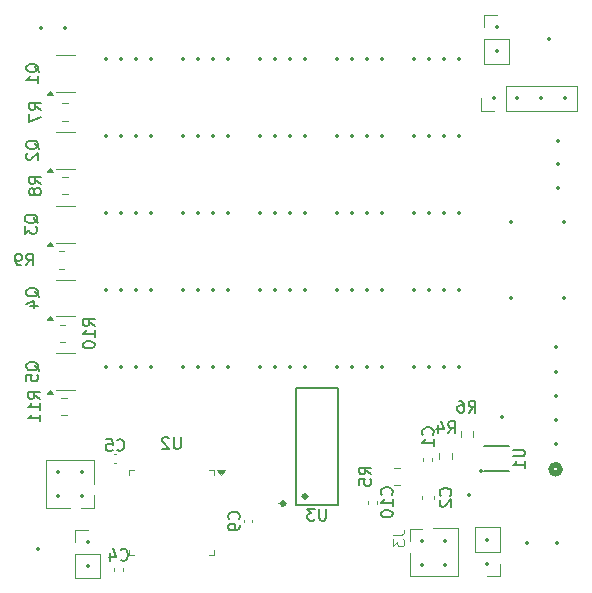
<source format=gbo>
%TF.GenerationSoftware,KiCad,Pcbnew,8.0.4*%
%TF.CreationDate,2024-08-07T18:13:10-04:00*%
%TF.ProjectId,led_2048,6c65645f-3230-4343-982e-6b696361645f,rev?*%
%TF.SameCoordinates,Original*%
%TF.FileFunction,Legend,Bot*%
%TF.FilePolarity,Positive*%
%FSLAX46Y46*%
G04 Gerber Fmt 4.6, Leading zero omitted, Abs format (unit mm)*
G04 Created by KiCad (PCBNEW 8.0.4) date 2024-08-07 18:13:10*
%MOMM*%
%LPD*%
G01*
G04 APERTURE LIST*
%ADD10C,0.150000*%
%ADD11C,0.100000*%
%ADD12C,0.508000*%
%ADD13C,0.120000*%
%ADD14C,0.200660*%
%ADD15C,0.254000*%
%ADD16C,0.059995*%
%ADD17C,0.152400*%
%ADD18C,0.300000*%
%ADD19C,0.350000*%
G04 APERTURE END LIST*
D10*
X180175057Y-53114596D02*
X180127438Y-53019358D01*
X180127438Y-53019358D02*
X180032200Y-52924120D01*
X180032200Y-52924120D02*
X179889342Y-52781263D01*
X179889342Y-52781263D02*
X179841723Y-52686025D01*
X179841723Y-52686025D02*
X179841723Y-52590787D01*
X180079819Y-52638406D02*
X180032200Y-52543168D01*
X180032200Y-52543168D02*
X179936961Y-52447930D01*
X179936961Y-52447930D02*
X179746485Y-52400311D01*
X179746485Y-52400311D02*
X179413152Y-52400311D01*
X179413152Y-52400311D02*
X179222676Y-52447930D01*
X179222676Y-52447930D02*
X179127438Y-52543168D01*
X179127438Y-52543168D02*
X179079819Y-52638406D01*
X179079819Y-52638406D02*
X179079819Y-52828882D01*
X179079819Y-52828882D02*
X179127438Y-52924120D01*
X179127438Y-52924120D02*
X179222676Y-53019358D01*
X179222676Y-53019358D02*
X179413152Y-53066977D01*
X179413152Y-53066977D02*
X179746485Y-53066977D01*
X179746485Y-53066977D02*
X179936961Y-53019358D01*
X179936961Y-53019358D02*
X180032200Y-52924120D01*
X180032200Y-52924120D02*
X180079819Y-52828882D01*
X180079819Y-52828882D02*
X180079819Y-52638406D01*
X180079819Y-54019358D02*
X180079819Y-53447930D01*
X180079819Y-53733644D02*
X179079819Y-53733644D01*
X179079819Y-53733644D02*
X179222676Y-53638406D01*
X179222676Y-53638406D02*
X179317914Y-53543168D01*
X179317914Y-53543168D02*
X179365533Y-53447930D01*
X180062557Y-65864596D02*
X180014938Y-65769358D01*
X180014938Y-65769358D02*
X179919700Y-65674120D01*
X179919700Y-65674120D02*
X179776842Y-65531263D01*
X179776842Y-65531263D02*
X179729223Y-65436025D01*
X179729223Y-65436025D02*
X179729223Y-65340787D01*
X179967319Y-65388406D02*
X179919700Y-65293168D01*
X179919700Y-65293168D02*
X179824461Y-65197930D01*
X179824461Y-65197930D02*
X179633985Y-65150311D01*
X179633985Y-65150311D02*
X179300652Y-65150311D01*
X179300652Y-65150311D02*
X179110176Y-65197930D01*
X179110176Y-65197930D02*
X179014938Y-65293168D01*
X179014938Y-65293168D02*
X178967319Y-65388406D01*
X178967319Y-65388406D02*
X178967319Y-65578882D01*
X178967319Y-65578882D02*
X179014938Y-65674120D01*
X179014938Y-65674120D02*
X179110176Y-65769358D01*
X179110176Y-65769358D02*
X179300652Y-65816977D01*
X179300652Y-65816977D02*
X179633985Y-65816977D01*
X179633985Y-65816977D02*
X179824461Y-65769358D01*
X179824461Y-65769358D02*
X179919700Y-65674120D01*
X179919700Y-65674120D02*
X179967319Y-65578882D01*
X179967319Y-65578882D02*
X179967319Y-65388406D01*
X178967319Y-66150311D02*
X178967319Y-66769358D01*
X178967319Y-66769358D02*
X179348271Y-66436025D01*
X179348271Y-66436025D02*
X179348271Y-66578882D01*
X179348271Y-66578882D02*
X179395890Y-66674120D01*
X179395890Y-66674120D02*
X179443509Y-66721739D01*
X179443509Y-66721739D02*
X179538747Y-66769358D01*
X179538747Y-66769358D02*
X179776842Y-66769358D01*
X179776842Y-66769358D02*
X179872080Y-66721739D01*
X179872080Y-66721739D02*
X179919700Y-66674120D01*
X179919700Y-66674120D02*
X179967319Y-66578882D01*
X179967319Y-66578882D02*
X179967319Y-66293168D01*
X179967319Y-66293168D02*
X179919700Y-66197930D01*
X179919700Y-66197930D02*
X179872080Y-66150311D01*
X210009580Y-88857142D02*
X210057200Y-88809523D01*
X210057200Y-88809523D02*
X210104819Y-88666666D01*
X210104819Y-88666666D02*
X210104819Y-88571428D01*
X210104819Y-88571428D02*
X210057200Y-88428571D01*
X210057200Y-88428571D02*
X209961961Y-88333333D01*
X209961961Y-88333333D02*
X209866723Y-88285714D01*
X209866723Y-88285714D02*
X209676247Y-88238095D01*
X209676247Y-88238095D02*
X209533390Y-88238095D01*
X209533390Y-88238095D02*
X209342914Y-88285714D01*
X209342914Y-88285714D02*
X209247676Y-88333333D01*
X209247676Y-88333333D02*
X209152438Y-88428571D01*
X209152438Y-88428571D02*
X209104819Y-88571428D01*
X209104819Y-88571428D02*
X209104819Y-88666666D01*
X209104819Y-88666666D02*
X209152438Y-88809523D01*
X209152438Y-88809523D02*
X209200057Y-88857142D01*
X210104819Y-89809523D02*
X210104819Y-89238095D01*
X210104819Y-89523809D02*
X209104819Y-89523809D01*
X209104819Y-89523809D02*
X209247676Y-89428571D01*
X209247676Y-89428571D02*
X209342914Y-89333333D01*
X209342914Y-89333333D02*
X209390533Y-89238095D01*
X209104819Y-90428571D02*
X209104819Y-90523809D01*
X209104819Y-90523809D02*
X209152438Y-90619047D01*
X209152438Y-90619047D02*
X209200057Y-90666666D01*
X209200057Y-90666666D02*
X209295295Y-90714285D01*
X209295295Y-90714285D02*
X209485771Y-90761904D01*
X209485771Y-90761904D02*
X209723866Y-90761904D01*
X209723866Y-90761904D02*
X209914342Y-90714285D01*
X209914342Y-90714285D02*
X210009580Y-90666666D01*
X210009580Y-90666666D02*
X210057200Y-90619047D01*
X210057200Y-90619047D02*
X210104819Y-90523809D01*
X210104819Y-90523809D02*
X210104819Y-90428571D01*
X210104819Y-90428571D02*
X210057200Y-90333333D01*
X210057200Y-90333333D02*
X210009580Y-90285714D01*
X210009580Y-90285714D02*
X209914342Y-90238095D01*
X209914342Y-90238095D02*
X209723866Y-90190476D01*
X209723866Y-90190476D02*
X209485771Y-90190476D01*
X209485771Y-90190476D02*
X209295295Y-90238095D01*
X209295295Y-90238095D02*
X209200057Y-90285714D01*
X209200057Y-90285714D02*
X209152438Y-90333333D01*
X209152438Y-90333333D02*
X209104819Y-90428571D01*
X220304876Y-85047981D02*
X221114399Y-85047981D01*
X221114399Y-85047981D02*
X221209637Y-85095600D01*
X221209637Y-85095600D02*
X221257257Y-85143219D01*
X221257257Y-85143219D02*
X221304876Y-85238457D01*
X221304876Y-85238457D02*
X221304876Y-85428933D01*
X221304876Y-85428933D02*
X221257257Y-85524171D01*
X221257257Y-85524171D02*
X221209637Y-85571790D01*
X221209637Y-85571790D02*
X221114399Y-85619409D01*
X221114399Y-85619409D02*
X220304876Y-85619409D01*
X221304876Y-86619409D02*
X221304876Y-86047981D01*
X221304876Y-86333695D02*
X220304876Y-86333695D01*
X220304876Y-86333695D02*
X220447733Y-86238457D01*
X220447733Y-86238457D02*
X220542971Y-86143219D01*
X220542971Y-86143219D02*
X220590590Y-86047981D01*
X197074580Y-90933333D02*
X197122200Y-90885714D01*
X197122200Y-90885714D02*
X197169819Y-90742857D01*
X197169819Y-90742857D02*
X197169819Y-90647619D01*
X197169819Y-90647619D02*
X197122200Y-90504762D01*
X197122200Y-90504762D02*
X197026961Y-90409524D01*
X197026961Y-90409524D02*
X196931723Y-90361905D01*
X196931723Y-90361905D02*
X196741247Y-90314286D01*
X196741247Y-90314286D02*
X196598390Y-90314286D01*
X196598390Y-90314286D02*
X196407914Y-90361905D01*
X196407914Y-90361905D02*
X196312676Y-90409524D01*
X196312676Y-90409524D02*
X196217438Y-90504762D01*
X196217438Y-90504762D02*
X196169819Y-90647619D01*
X196169819Y-90647619D02*
X196169819Y-90742857D01*
X196169819Y-90742857D02*
X196217438Y-90885714D01*
X196217438Y-90885714D02*
X196265057Y-90933333D01*
X197169819Y-91409524D02*
X197169819Y-91600000D01*
X197169819Y-91600000D02*
X197122200Y-91695238D01*
X197122200Y-91695238D02*
X197074580Y-91742857D01*
X197074580Y-91742857D02*
X196931723Y-91838095D01*
X196931723Y-91838095D02*
X196741247Y-91885714D01*
X196741247Y-91885714D02*
X196360295Y-91885714D01*
X196360295Y-91885714D02*
X196265057Y-91838095D01*
X196265057Y-91838095D02*
X196217438Y-91790476D01*
X196217438Y-91790476D02*
X196169819Y-91695238D01*
X196169819Y-91695238D02*
X196169819Y-91504762D01*
X196169819Y-91504762D02*
X196217438Y-91409524D01*
X196217438Y-91409524D02*
X196265057Y-91361905D01*
X196265057Y-91361905D02*
X196360295Y-91314286D01*
X196360295Y-91314286D02*
X196598390Y-91314286D01*
X196598390Y-91314286D02*
X196693628Y-91361905D01*
X196693628Y-91361905D02*
X196741247Y-91409524D01*
X196741247Y-91409524D02*
X196788866Y-91504762D01*
X196788866Y-91504762D02*
X196788866Y-91695238D01*
X196788866Y-91695238D02*
X196741247Y-91790476D01*
X196741247Y-91790476D02*
X196693628Y-91838095D01*
X196693628Y-91838095D02*
X196598390Y-91885714D01*
X180175057Y-59614596D02*
X180127438Y-59519358D01*
X180127438Y-59519358D02*
X180032200Y-59424120D01*
X180032200Y-59424120D02*
X179889342Y-59281263D01*
X179889342Y-59281263D02*
X179841723Y-59186025D01*
X179841723Y-59186025D02*
X179841723Y-59090787D01*
X180079819Y-59138406D02*
X180032200Y-59043168D01*
X180032200Y-59043168D02*
X179936961Y-58947930D01*
X179936961Y-58947930D02*
X179746485Y-58900311D01*
X179746485Y-58900311D02*
X179413152Y-58900311D01*
X179413152Y-58900311D02*
X179222676Y-58947930D01*
X179222676Y-58947930D02*
X179127438Y-59043168D01*
X179127438Y-59043168D02*
X179079819Y-59138406D01*
X179079819Y-59138406D02*
X179079819Y-59328882D01*
X179079819Y-59328882D02*
X179127438Y-59424120D01*
X179127438Y-59424120D02*
X179222676Y-59519358D01*
X179222676Y-59519358D02*
X179413152Y-59566977D01*
X179413152Y-59566977D02*
X179746485Y-59566977D01*
X179746485Y-59566977D02*
X179936961Y-59519358D01*
X179936961Y-59519358D02*
X180032200Y-59424120D01*
X180032200Y-59424120D02*
X180079819Y-59328882D01*
X180079819Y-59328882D02*
X180079819Y-59138406D01*
X179175057Y-59947930D02*
X179127438Y-59995549D01*
X179127438Y-59995549D02*
X179079819Y-60090787D01*
X179079819Y-60090787D02*
X179079819Y-60328882D01*
X179079819Y-60328882D02*
X179127438Y-60424120D01*
X179127438Y-60424120D02*
X179175057Y-60471739D01*
X179175057Y-60471739D02*
X179270295Y-60519358D01*
X179270295Y-60519358D02*
X179365533Y-60519358D01*
X179365533Y-60519358D02*
X179508390Y-60471739D01*
X179508390Y-60471739D02*
X180079819Y-59900311D01*
X180079819Y-59900311D02*
X180079819Y-60519358D01*
X204461904Y-90054819D02*
X204461904Y-90864342D01*
X204461904Y-90864342D02*
X204414285Y-90959580D01*
X204414285Y-90959580D02*
X204366666Y-91007200D01*
X204366666Y-91007200D02*
X204271428Y-91054819D01*
X204271428Y-91054819D02*
X204080952Y-91054819D01*
X204080952Y-91054819D02*
X203985714Y-91007200D01*
X203985714Y-91007200D02*
X203938095Y-90959580D01*
X203938095Y-90959580D02*
X203890476Y-90864342D01*
X203890476Y-90864342D02*
X203890476Y-90054819D01*
X203509523Y-90054819D02*
X202890476Y-90054819D01*
X202890476Y-90054819D02*
X203223809Y-90435771D01*
X203223809Y-90435771D02*
X203080952Y-90435771D01*
X203080952Y-90435771D02*
X202985714Y-90483390D01*
X202985714Y-90483390D02*
X202938095Y-90531009D01*
X202938095Y-90531009D02*
X202890476Y-90626247D01*
X202890476Y-90626247D02*
X202890476Y-90864342D01*
X202890476Y-90864342D02*
X202938095Y-90959580D01*
X202938095Y-90959580D02*
X202985714Y-91007200D01*
X202985714Y-91007200D02*
X203080952Y-91054819D01*
X203080952Y-91054819D02*
X203366666Y-91054819D01*
X203366666Y-91054819D02*
X203461904Y-91007200D01*
X203461904Y-91007200D02*
X203509523Y-90959580D01*
X180329819Y-56293168D02*
X179853628Y-55959835D01*
X180329819Y-55721740D02*
X179329819Y-55721740D01*
X179329819Y-55721740D02*
X179329819Y-56102692D01*
X179329819Y-56102692D02*
X179377438Y-56197930D01*
X179377438Y-56197930D02*
X179425057Y-56245549D01*
X179425057Y-56245549D02*
X179520295Y-56293168D01*
X179520295Y-56293168D02*
X179663152Y-56293168D01*
X179663152Y-56293168D02*
X179758390Y-56245549D01*
X179758390Y-56245549D02*
X179806009Y-56197930D01*
X179806009Y-56197930D02*
X179853628Y-56102692D01*
X179853628Y-56102692D02*
X179853628Y-55721740D01*
X179329819Y-56626502D02*
X179329819Y-57293168D01*
X179329819Y-57293168D02*
X180329819Y-56864597D01*
X214984580Y-88933333D02*
X215032200Y-88885714D01*
X215032200Y-88885714D02*
X215079819Y-88742857D01*
X215079819Y-88742857D02*
X215079819Y-88647619D01*
X215079819Y-88647619D02*
X215032200Y-88504762D01*
X215032200Y-88504762D02*
X214936961Y-88409524D01*
X214936961Y-88409524D02*
X214841723Y-88361905D01*
X214841723Y-88361905D02*
X214651247Y-88314286D01*
X214651247Y-88314286D02*
X214508390Y-88314286D01*
X214508390Y-88314286D02*
X214317914Y-88361905D01*
X214317914Y-88361905D02*
X214222676Y-88409524D01*
X214222676Y-88409524D02*
X214127438Y-88504762D01*
X214127438Y-88504762D02*
X214079819Y-88647619D01*
X214079819Y-88647619D02*
X214079819Y-88742857D01*
X214079819Y-88742857D02*
X214127438Y-88885714D01*
X214127438Y-88885714D02*
X214175057Y-88933333D01*
X214175057Y-89314286D02*
X214127438Y-89361905D01*
X214127438Y-89361905D02*
X214079819Y-89457143D01*
X214079819Y-89457143D02*
X214079819Y-89695238D01*
X214079819Y-89695238D02*
X214127438Y-89790476D01*
X214127438Y-89790476D02*
X214175057Y-89838095D01*
X214175057Y-89838095D02*
X214270295Y-89885714D01*
X214270295Y-89885714D02*
X214365533Y-89885714D01*
X214365533Y-89885714D02*
X214508390Y-89838095D01*
X214508390Y-89838095D02*
X215079819Y-89266667D01*
X215079819Y-89266667D02*
X215079819Y-89885714D01*
X187066666Y-94359580D02*
X187114285Y-94407200D01*
X187114285Y-94407200D02*
X187257142Y-94454819D01*
X187257142Y-94454819D02*
X187352380Y-94454819D01*
X187352380Y-94454819D02*
X187495237Y-94407200D01*
X187495237Y-94407200D02*
X187590475Y-94311961D01*
X187590475Y-94311961D02*
X187638094Y-94216723D01*
X187638094Y-94216723D02*
X187685713Y-94026247D01*
X187685713Y-94026247D02*
X187685713Y-93883390D01*
X187685713Y-93883390D02*
X187638094Y-93692914D01*
X187638094Y-93692914D02*
X187590475Y-93597676D01*
X187590475Y-93597676D02*
X187495237Y-93502438D01*
X187495237Y-93502438D02*
X187352380Y-93454819D01*
X187352380Y-93454819D02*
X187257142Y-93454819D01*
X187257142Y-93454819D02*
X187114285Y-93502438D01*
X187114285Y-93502438D02*
X187066666Y-93550057D01*
X186209523Y-93788152D02*
X186209523Y-94454819D01*
X186447618Y-93407200D02*
X186685713Y-94121485D01*
X186685713Y-94121485D02*
X186066666Y-94121485D01*
X180175057Y-78364596D02*
X180127438Y-78269358D01*
X180127438Y-78269358D02*
X180032200Y-78174120D01*
X180032200Y-78174120D02*
X179889342Y-78031263D01*
X179889342Y-78031263D02*
X179841723Y-77936025D01*
X179841723Y-77936025D02*
X179841723Y-77840787D01*
X180079819Y-77888406D02*
X180032200Y-77793168D01*
X180032200Y-77793168D02*
X179936961Y-77697930D01*
X179936961Y-77697930D02*
X179746485Y-77650311D01*
X179746485Y-77650311D02*
X179413152Y-77650311D01*
X179413152Y-77650311D02*
X179222676Y-77697930D01*
X179222676Y-77697930D02*
X179127438Y-77793168D01*
X179127438Y-77793168D02*
X179079819Y-77888406D01*
X179079819Y-77888406D02*
X179079819Y-78078882D01*
X179079819Y-78078882D02*
X179127438Y-78174120D01*
X179127438Y-78174120D02*
X179222676Y-78269358D01*
X179222676Y-78269358D02*
X179413152Y-78316977D01*
X179413152Y-78316977D02*
X179746485Y-78316977D01*
X179746485Y-78316977D02*
X179936961Y-78269358D01*
X179936961Y-78269358D02*
X180032200Y-78174120D01*
X180032200Y-78174120D02*
X180079819Y-78078882D01*
X180079819Y-78078882D02*
X180079819Y-77888406D01*
X179079819Y-79221739D02*
X179079819Y-78745549D01*
X179079819Y-78745549D02*
X179556009Y-78697930D01*
X179556009Y-78697930D02*
X179508390Y-78745549D01*
X179508390Y-78745549D02*
X179460771Y-78840787D01*
X179460771Y-78840787D02*
X179460771Y-79078882D01*
X179460771Y-79078882D02*
X179508390Y-79174120D01*
X179508390Y-79174120D02*
X179556009Y-79221739D01*
X179556009Y-79221739D02*
X179651247Y-79269358D01*
X179651247Y-79269358D02*
X179889342Y-79269358D01*
X179889342Y-79269358D02*
X179984580Y-79221739D01*
X179984580Y-79221739D02*
X180032200Y-79174120D01*
X180032200Y-79174120D02*
X180079819Y-79078882D01*
X180079819Y-79078882D02*
X180079819Y-78840787D01*
X180079819Y-78840787D02*
X180032200Y-78745549D01*
X180032200Y-78745549D02*
X179984580Y-78697930D01*
X179081831Y-69454819D02*
X179415164Y-68978628D01*
X179653259Y-69454819D02*
X179653259Y-68454819D01*
X179653259Y-68454819D02*
X179272307Y-68454819D01*
X179272307Y-68454819D02*
X179177069Y-68502438D01*
X179177069Y-68502438D02*
X179129450Y-68550057D01*
X179129450Y-68550057D02*
X179081831Y-68645295D01*
X179081831Y-68645295D02*
X179081831Y-68788152D01*
X179081831Y-68788152D02*
X179129450Y-68883390D01*
X179129450Y-68883390D02*
X179177069Y-68931009D01*
X179177069Y-68931009D02*
X179272307Y-68978628D01*
X179272307Y-68978628D02*
X179653259Y-68978628D01*
X178605640Y-69454819D02*
X178415164Y-69454819D01*
X178415164Y-69454819D02*
X178319926Y-69407200D01*
X178319926Y-69407200D02*
X178272307Y-69359580D01*
X178272307Y-69359580D02*
X178177069Y-69216723D01*
X178177069Y-69216723D02*
X178129450Y-69026247D01*
X178129450Y-69026247D02*
X178129450Y-68645295D01*
X178129450Y-68645295D02*
X178177069Y-68550057D01*
X178177069Y-68550057D02*
X178224688Y-68502438D01*
X178224688Y-68502438D02*
X178319926Y-68454819D01*
X178319926Y-68454819D02*
X178510402Y-68454819D01*
X178510402Y-68454819D02*
X178605640Y-68502438D01*
X178605640Y-68502438D02*
X178653259Y-68550057D01*
X178653259Y-68550057D02*
X178700878Y-68645295D01*
X178700878Y-68645295D02*
X178700878Y-68883390D01*
X178700878Y-68883390D02*
X178653259Y-68978628D01*
X178653259Y-68978628D02*
X178605640Y-69026247D01*
X178605640Y-69026247D02*
X178510402Y-69073866D01*
X178510402Y-69073866D02*
X178319926Y-69073866D01*
X178319926Y-69073866D02*
X178224688Y-69026247D01*
X178224688Y-69026247D02*
X178177069Y-68978628D01*
X178177069Y-68978628D02*
X178129450Y-68883390D01*
X180329819Y-62543168D02*
X179853628Y-62209835D01*
X180329819Y-61971740D02*
X179329819Y-61971740D01*
X179329819Y-61971740D02*
X179329819Y-62352692D01*
X179329819Y-62352692D02*
X179377438Y-62447930D01*
X179377438Y-62447930D02*
X179425057Y-62495549D01*
X179425057Y-62495549D02*
X179520295Y-62543168D01*
X179520295Y-62543168D02*
X179663152Y-62543168D01*
X179663152Y-62543168D02*
X179758390Y-62495549D01*
X179758390Y-62495549D02*
X179806009Y-62447930D01*
X179806009Y-62447930D02*
X179853628Y-62352692D01*
X179853628Y-62352692D02*
X179853628Y-61971740D01*
X179758390Y-63114597D02*
X179710771Y-63019359D01*
X179710771Y-63019359D02*
X179663152Y-62971740D01*
X179663152Y-62971740D02*
X179567914Y-62924121D01*
X179567914Y-62924121D02*
X179520295Y-62924121D01*
X179520295Y-62924121D02*
X179425057Y-62971740D01*
X179425057Y-62971740D02*
X179377438Y-63019359D01*
X179377438Y-63019359D02*
X179329819Y-63114597D01*
X179329819Y-63114597D02*
X179329819Y-63305073D01*
X179329819Y-63305073D02*
X179377438Y-63400311D01*
X179377438Y-63400311D02*
X179425057Y-63447930D01*
X179425057Y-63447930D02*
X179520295Y-63495549D01*
X179520295Y-63495549D02*
X179567914Y-63495549D01*
X179567914Y-63495549D02*
X179663152Y-63447930D01*
X179663152Y-63447930D02*
X179710771Y-63400311D01*
X179710771Y-63400311D02*
X179758390Y-63305073D01*
X179758390Y-63305073D02*
X179758390Y-63114597D01*
X179758390Y-63114597D02*
X179806009Y-63019359D01*
X179806009Y-63019359D02*
X179853628Y-62971740D01*
X179853628Y-62971740D02*
X179948866Y-62924121D01*
X179948866Y-62924121D02*
X180139342Y-62924121D01*
X180139342Y-62924121D02*
X180234580Y-62971740D01*
X180234580Y-62971740D02*
X180282200Y-63019359D01*
X180282200Y-63019359D02*
X180329819Y-63114597D01*
X180329819Y-63114597D02*
X180329819Y-63305073D01*
X180329819Y-63305073D02*
X180282200Y-63400311D01*
X180282200Y-63400311D02*
X180234580Y-63447930D01*
X180234580Y-63447930D02*
X180139342Y-63495549D01*
X180139342Y-63495549D02*
X179948866Y-63495549D01*
X179948866Y-63495549D02*
X179853628Y-63447930D01*
X179853628Y-63447930D02*
X179806009Y-63400311D01*
X179806009Y-63400311D02*
X179758390Y-63305073D01*
X192149404Y-83989654D02*
X192149404Y-84799177D01*
X192149404Y-84799177D02*
X192101785Y-84894415D01*
X192101785Y-84894415D02*
X192054166Y-84942035D01*
X192054166Y-84942035D02*
X191958928Y-84989654D01*
X191958928Y-84989654D02*
X191768452Y-84989654D01*
X191768452Y-84989654D02*
X191673214Y-84942035D01*
X191673214Y-84942035D02*
X191625595Y-84894415D01*
X191625595Y-84894415D02*
X191577976Y-84799177D01*
X191577976Y-84799177D02*
X191577976Y-83989654D01*
X191149404Y-84084892D02*
X191101785Y-84037273D01*
X191101785Y-84037273D02*
X191006547Y-83989654D01*
X191006547Y-83989654D02*
X190768452Y-83989654D01*
X190768452Y-83989654D02*
X190673214Y-84037273D01*
X190673214Y-84037273D02*
X190625595Y-84084892D01*
X190625595Y-84084892D02*
X190577976Y-84180130D01*
X190577976Y-84180130D02*
X190577976Y-84275368D01*
X190577976Y-84275368D02*
X190625595Y-84418225D01*
X190625595Y-84418225D02*
X191197023Y-84989654D01*
X191197023Y-84989654D02*
X190577976Y-84989654D01*
X216541666Y-81904819D02*
X216874999Y-81428628D01*
X217113094Y-81904819D02*
X217113094Y-80904819D01*
X217113094Y-80904819D02*
X216732142Y-80904819D01*
X216732142Y-80904819D02*
X216636904Y-80952438D01*
X216636904Y-80952438D02*
X216589285Y-81000057D01*
X216589285Y-81000057D02*
X216541666Y-81095295D01*
X216541666Y-81095295D02*
X216541666Y-81238152D01*
X216541666Y-81238152D02*
X216589285Y-81333390D01*
X216589285Y-81333390D02*
X216636904Y-81381009D01*
X216636904Y-81381009D02*
X216732142Y-81428628D01*
X216732142Y-81428628D02*
X217113094Y-81428628D01*
X215684523Y-80904819D02*
X215874999Y-80904819D01*
X215874999Y-80904819D02*
X215970237Y-80952438D01*
X215970237Y-80952438D02*
X216017856Y-81000057D01*
X216017856Y-81000057D02*
X216113094Y-81142914D01*
X216113094Y-81142914D02*
X216160713Y-81333390D01*
X216160713Y-81333390D02*
X216160713Y-81714342D01*
X216160713Y-81714342D02*
X216113094Y-81809580D01*
X216113094Y-81809580D02*
X216065475Y-81857200D01*
X216065475Y-81857200D02*
X215970237Y-81904819D01*
X215970237Y-81904819D02*
X215779761Y-81904819D01*
X215779761Y-81904819D02*
X215684523Y-81857200D01*
X215684523Y-81857200D02*
X215636904Y-81809580D01*
X215636904Y-81809580D02*
X215589285Y-81714342D01*
X215589285Y-81714342D02*
X215589285Y-81476247D01*
X215589285Y-81476247D02*
X215636904Y-81381009D01*
X215636904Y-81381009D02*
X215684523Y-81333390D01*
X215684523Y-81333390D02*
X215779761Y-81285771D01*
X215779761Y-81285771D02*
X215970237Y-81285771D01*
X215970237Y-81285771D02*
X216065475Y-81333390D01*
X216065475Y-81333390D02*
X216113094Y-81381009D01*
X216113094Y-81381009D02*
X216160713Y-81476247D01*
X213484580Y-83783333D02*
X213532200Y-83735714D01*
X213532200Y-83735714D02*
X213579819Y-83592857D01*
X213579819Y-83592857D02*
X213579819Y-83497619D01*
X213579819Y-83497619D02*
X213532200Y-83354762D01*
X213532200Y-83354762D02*
X213436961Y-83259524D01*
X213436961Y-83259524D02*
X213341723Y-83211905D01*
X213341723Y-83211905D02*
X213151247Y-83164286D01*
X213151247Y-83164286D02*
X213008390Y-83164286D01*
X213008390Y-83164286D02*
X212817914Y-83211905D01*
X212817914Y-83211905D02*
X212722676Y-83259524D01*
X212722676Y-83259524D02*
X212627438Y-83354762D01*
X212627438Y-83354762D02*
X212579819Y-83497619D01*
X212579819Y-83497619D02*
X212579819Y-83592857D01*
X212579819Y-83592857D02*
X212627438Y-83735714D01*
X212627438Y-83735714D02*
X212675057Y-83783333D01*
X213579819Y-84735714D02*
X213579819Y-84164286D01*
X213579819Y-84450000D02*
X212579819Y-84450000D01*
X212579819Y-84450000D02*
X212722676Y-84354762D01*
X212722676Y-84354762D02*
X212817914Y-84259524D01*
X212817914Y-84259524D02*
X212865533Y-84164286D01*
X208280819Y-87133333D02*
X207804628Y-86800000D01*
X208280819Y-86561905D02*
X207280819Y-86561905D01*
X207280819Y-86561905D02*
X207280819Y-86942857D01*
X207280819Y-86942857D02*
X207328438Y-87038095D01*
X207328438Y-87038095D02*
X207376057Y-87085714D01*
X207376057Y-87085714D02*
X207471295Y-87133333D01*
X207471295Y-87133333D02*
X207614152Y-87133333D01*
X207614152Y-87133333D02*
X207709390Y-87085714D01*
X207709390Y-87085714D02*
X207757009Y-87038095D01*
X207757009Y-87038095D02*
X207804628Y-86942857D01*
X207804628Y-86942857D02*
X207804628Y-86561905D01*
X207280819Y-88038095D02*
X207280819Y-87561905D01*
X207280819Y-87561905D02*
X207757009Y-87514286D01*
X207757009Y-87514286D02*
X207709390Y-87561905D01*
X207709390Y-87561905D02*
X207661771Y-87657143D01*
X207661771Y-87657143D02*
X207661771Y-87895238D01*
X207661771Y-87895238D02*
X207709390Y-87990476D01*
X207709390Y-87990476D02*
X207757009Y-88038095D01*
X207757009Y-88038095D02*
X207852247Y-88085714D01*
X207852247Y-88085714D02*
X208090342Y-88085714D01*
X208090342Y-88085714D02*
X208185580Y-88038095D01*
X208185580Y-88038095D02*
X208233200Y-87990476D01*
X208233200Y-87990476D02*
X208280819Y-87895238D01*
X208280819Y-87895238D02*
X208280819Y-87657143D01*
X208280819Y-87657143D02*
X208233200Y-87561905D01*
X208233200Y-87561905D02*
X208185580Y-87514286D01*
X214791666Y-83654819D02*
X215124999Y-83178628D01*
X215363094Y-83654819D02*
X215363094Y-82654819D01*
X215363094Y-82654819D02*
X214982142Y-82654819D01*
X214982142Y-82654819D02*
X214886904Y-82702438D01*
X214886904Y-82702438D02*
X214839285Y-82750057D01*
X214839285Y-82750057D02*
X214791666Y-82845295D01*
X214791666Y-82845295D02*
X214791666Y-82988152D01*
X214791666Y-82988152D02*
X214839285Y-83083390D01*
X214839285Y-83083390D02*
X214886904Y-83131009D01*
X214886904Y-83131009D02*
X214982142Y-83178628D01*
X214982142Y-83178628D02*
X215363094Y-83178628D01*
X213934523Y-82988152D02*
X213934523Y-83654819D01*
X214172618Y-82607200D02*
X214410713Y-83321485D01*
X214410713Y-83321485D02*
X213791666Y-83321485D01*
X180175057Y-72114596D02*
X180127438Y-72019358D01*
X180127438Y-72019358D02*
X180032200Y-71924120D01*
X180032200Y-71924120D02*
X179889342Y-71781263D01*
X179889342Y-71781263D02*
X179841723Y-71686025D01*
X179841723Y-71686025D02*
X179841723Y-71590787D01*
X180079819Y-71638406D02*
X180032200Y-71543168D01*
X180032200Y-71543168D02*
X179936961Y-71447930D01*
X179936961Y-71447930D02*
X179746485Y-71400311D01*
X179746485Y-71400311D02*
X179413152Y-71400311D01*
X179413152Y-71400311D02*
X179222676Y-71447930D01*
X179222676Y-71447930D02*
X179127438Y-71543168D01*
X179127438Y-71543168D02*
X179079819Y-71638406D01*
X179079819Y-71638406D02*
X179079819Y-71828882D01*
X179079819Y-71828882D02*
X179127438Y-71924120D01*
X179127438Y-71924120D02*
X179222676Y-72019358D01*
X179222676Y-72019358D02*
X179413152Y-72066977D01*
X179413152Y-72066977D02*
X179746485Y-72066977D01*
X179746485Y-72066977D02*
X179936961Y-72019358D01*
X179936961Y-72019358D02*
X180032200Y-71924120D01*
X180032200Y-71924120D02*
X180079819Y-71828882D01*
X180079819Y-71828882D02*
X180079819Y-71638406D01*
X179413152Y-72924120D02*
X180079819Y-72924120D01*
X179032200Y-72686025D02*
X179746485Y-72447930D01*
X179746485Y-72447930D02*
X179746485Y-73066977D01*
X180229819Y-80757142D02*
X179753628Y-80423809D01*
X180229819Y-80185714D02*
X179229819Y-80185714D01*
X179229819Y-80185714D02*
X179229819Y-80566666D01*
X179229819Y-80566666D02*
X179277438Y-80661904D01*
X179277438Y-80661904D02*
X179325057Y-80709523D01*
X179325057Y-80709523D02*
X179420295Y-80757142D01*
X179420295Y-80757142D02*
X179563152Y-80757142D01*
X179563152Y-80757142D02*
X179658390Y-80709523D01*
X179658390Y-80709523D02*
X179706009Y-80661904D01*
X179706009Y-80661904D02*
X179753628Y-80566666D01*
X179753628Y-80566666D02*
X179753628Y-80185714D01*
X180229819Y-81709523D02*
X180229819Y-81138095D01*
X180229819Y-81423809D02*
X179229819Y-81423809D01*
X179229819Y-81423809D02*
X179372676Y-81328571D01*
X179372676Y-81328571D02*
X179467914Y-81233333D01*
X179467914Y-81233333D02*
X179515533Y-81138095D01*
X180229819Y-82661904D02*
X180229819Y-82090476D01*
X180229819Y-82376190D02*
X179229819Y-82376190D01*
X179229819Y-82376190D02*
X179372676Y-82280952D01*
X179372676Y-82280952D02*
X179467914Y-82185714D01*
X179467914Y-82185714D02*
X179515533Y-82090476D01*
X184879819Y-74557142D02*
X184403628Y-74223809D01*
X184879819Y-73985714D02*
X183879819Y-73985714D01*
X183879819Y-73985714D02*
X183879819Y-74366666D01*
X183879819Y-74366666D02*
X183927438Y-74461904D01*
X183927438Y-74461904D02*
X183975057Y-74509523D01*
X183975057Y-74509523D02*
X184070295Y-74557142D01*
X184070295Y-74557142D02*
X184213152Y-74557142D01*
X184213152Y-74557142D02*
X184308390Y-74509523D01*
X184308390Y-74509523D02*
X184356009Y-74461904D01*
X184356009Y-74461904D02*
X184403628Y-74366666D01*
X184403628Y-74366666D02*
X184403628Y-73985714D01*
X184879819Y-75509523D02*
X184879819Y-74938095D01*
X184879819Y-75223809D02*
X183879819Y-75223809D01*
X183879819Y-75223809D02*
X184022676Y-75128571D01*
X184022676Y-75128571D02*
X184117914Y-75033333D01*
X184117914Y-75033333D02*
X184165533Y-74938095D01*
X183879819Y-76128571D02*
X183879819Y-76223809D01*
X183879819Y-76223809D02*
X183927438Y-76319047D01*
X183927438Y-76319047D02*
X183975057Y-76366666D01*
X183975057Y-76366666D02*
X184070295Y-76414285D01*
X184070295Y-76414285D02*
X184260771Y-76461904D01*
X184260771Y-76461904D02*
X184498866Y-76461904D01*
X184498866Y-76461904D02*
X184689342Y-76414285D01*
X184689342Y-76414285D02*
X184784580Y-76366666D01*
X184784580Y-76366666D02*
X184832200Y-76319047D01*
X184832200Y-76319047D02*
X184879819Y-76223809D01*
X184879819Y-76223809D02*
X184879819Y-76128571D01*
X184879819Y-76128571D02*
X184832200Y-76033333D01*
X184832200Y-76033333D02*
X184784580Y-75985714D01*
X184784580Y-75985714D02*
X184689342Y-75938095D01*
X184689342Y-75938095D02*
X184498866Y-75890476D01*
X184498866Y-75890476D02*
X184260771Y-75890476D01*
X184260771Y-75890476D02*
X184070295Y-75938095D01*
X184070295Y-75938095D02*
X183975057Y-75985714D01*
X183975057Y-75985714D02*
X183927438Y-76033333D01*
X183927438Y-76033333D02*
X183879819Y-76128571D01*
D11*
X210107419Y-92241666D02*
X210821704Y-92241666D01*
X210821704Y-92241666D02*
X210964561Y-92194047D01*
X210964561Y-92194047D02*
X211059800Y-92098809D01*
X211059800Y-92098809D02*
X211107419Y-91955952D01*
X211107419Y-91955952D02*
X211107419Y-91860714D01*
X210107419Y-92622619D02*
X210107419Y-93241666D01*
X210107419Y-93241666D02*
X210488371Y-92908333D01*
X210488371Y-92908333D02*
X210488371Y-93051190D01*
X210488371Y-93051190D02*
X210535990Y-93146428D01*
X210535990Y-93146428D02*
X210583609Y-93194047D01*
X210583609Y-93194047D02*
X210678847Y-93241666D01*
X210678847Y-93241666D02*
X210916942Y-93241666D01*
X210916942Y-93241666D02*
X211012180Y-93194047D01*
X211012180Y-93194047D02*
X211059800Y-93146428D01*
X211059800Y-93146428D02*
X211107419Y-93051190D01*
X211107419Y-93051190D02*
X211107419Y-92765476D01*
X211107419Y-92765476D02*
X211059800Y-92670238D01*
X211059800Y-92670238D02*
X211012180Y-92622619D01*
D10*
X186766666Y-85059580D02*
X186814285Y-85107200D01*
X186814285Y-85107200D02*
X186957142Y-85154819D01*
X186957142Y-85154819D02*
X187052380Y-85154819D01*
X187052380Y-85154819D02*
X187195237Y-85107200D01*
X187195237Y-85107200D02*
X187290475Y-85011961D01*
X187290475Y-85011961D02*
X187338094Y-84916723D01*
X187338094Y-84916723D02*
X187385713Y-84726247D01*
X187385713Y-84726247D02*
X187385713Y-84583390D01*
X187385713Y-84583390D02*
X187338094Y-84392914D01*
X187338094Y-84392914D02*
X187290475Y-84297676D01*
X187290475Y-84297676D02*
X187195237Y-84202438D01*
X187195237Y-84202438D02*
X187052380Y-84154819D01*
X187052380Y-84154819D02*
X186957142Y-84154819D01*
X186957142Y-84154819D02*
X186814285Y-84202438D01*
X186814285Y-84202438D02*
X186766666Y-84250057D01*
X185861904Y-84154819D02*
X186338094Y-84154819D01*
X186338094Y-84154819D02*
X186385713Y-84631009D01*
X186385713Y-84631009D02*
X186338094Y-84583390D01*
X186338094Y-84583390D02*
X186242856Y-84535771D01*
X186242856Y-84535771D02*
X186004761Y-84535771D01*
X186004761Y-84535771D02*
X185909523Y-84583390D01*
X185909523Y-84583390D02*
X185861904Y-84631009D01*
X185861904Y-84631009D02*
X185814285Y-84726247D01*
X185814285Y-84726247D02*
X185814285Y-84964342D01*
X185814285Y-84964342D02*
X185861904Y-85059580D01*
X185861904Y-85059580D02*
X185909523Y-85107200D01*
X185909523Y-85107200D02*
X186004761Y-85154819D01*
X186004761Y-85154819D02*
X186242856Y-85154819D01*
X186242856Y-85154819D02*
X186338094Y-85107200D01*
X186338094Y-85107200D02*
X186385713Y-85059580D01*
D12*
%TO.C,SW1*%
X224281000Y-86710300D02*
G75*
G02*
X223519000Y-86710300I-381000J0D01*
G01*
X223519000Y-86710300D02*
G75*
G02*
X224281000Y-86710300I381000J0D01*
G01*
D13*
%TO.C,Q1*%
X181575000Y-51649835D02*
X182375000Y-51649835D01*
X181575000Y-54769835D02*
X182375000Y-54769835D01*
X183175000Y-51649835D02*
X182375000Y-51649835D01*
X183175000Y-54769835D02*
X182375000Y-54769835D01*
X181315000Y-55049835D02*
X180835000Y-55049835D01*
X181075000Y-54719835D01*
X181315000Y-55049835D01*
G36*
X181315000Y-55049835D02*
G01*
X180835000Y-55049835D01*
X181075000Y-54719835D01*
X181315000Y-55049835D01*
G37*
%TO.C,Q3*%
X181575000Y-64399835D02*
X182375000Y-64399835D01*
X181575000Y-67519835D02*
X182375000Y-67519835D01*
X183175000Y-64399835D02*
X182375000Y-64399835D01*
X183175000Y-67519835D02*
X182375000Y-67519835D01*
X181315000Y-67799835D02*
X180835000Y-67799835D01*
X181075000Y-67469835D01*
X181315000Y-67799835D01*
G36*
X181315000Y-67799835D02*
G01*
X180835000Y-67799835D01*
X181075000Y-67469835D01*
X181315000Y-67799835D01*
G37*
%TO.C,C10*%
X208040000Y-89384165D02*
X208040000Y-89615835D01*
X208760000Y-89384165D02*
X208760000Y-89615835D01*
D14*
%TO.C,U1*%
X219924987Y-84759848D02*
X217825927Y-84759848D01*
X219924987Y-86859924D02*
X217825927Y-86859924D01*
D15*
X217643047Y-86851288D02*
G75*
G02*
X217516047Y-86851288I-63500J0D01*
G01*
X217516047Y-86851288D02*
G75*
G02*
X217643047Y-86851288I63500J0D01*
G01*
D16*
X217904921Y-86809886D02*
G75*
G02*
X217844977Y-86809886I-29972J0D01*
G01*
X217844977Y-86809886D02*
G75*
G02*
X217904921Y-86809886I29972J0D01*
G01*
D13*
%TO.C,J7*%
X217615000Y-56360000D02*
X217615000Y-55300000D01*
X218675000Y-56360000D02*
X217615000Y-56360000D01*
X219675000Y-56360000D02*
X219675000Y-54240000D01*
X225735000Y-54240000D02*
X219675000Y-54240000D01*
X225735000Y-56360000D02*
X219675000Y-56360000D01*
X225735000Y-56360000D02*
X225735000Y-54240000D01*
%TO.C,C9*%
X197515000Y-91215835D02*
X197515000Y-90984165D01*
X198235000Y-91215835D02*
X198235000Y-90984165D01*
%TO.C,J5*%
X183230000Y-91810000D02*
X184290000Y-91810000D01*
X183230000Y-92870000D02*
X183230000Y-91810000D01*
X183230000Y-93870000D02*
X185350000Y-93870000D01*
X183230000Y-95930000D02*
X183230000Y-93870000D01*
X183230000Y-95930000D02*
X185350000Y-95930000D01*
X185350000Y-95930000D02*
X185350000Y-93870000D01*
%TO.C,J2*%
X180720801Y-85935721D02*
X180720801Y-89995721D01*
X180720801Y-85935721D02*
X182780801Y-85935721D01*
X180720801Y-89995721D02*
X182780801Y-89995721D01*
X182780801Y-85935721D02*
X184780801Y-85935721D01*
D11*
X184780801Y-87935721D02*
X184780801Y-85935721D01*
D13*
X184780801Y-88905721D02*
X184780801Y-89965721D01*
X184780801Y-89965721D02*
X183720801Y-89965721D01*
%TO.C,Q2*%
X181575000Y-58149835D02*
X182375000Y-58149835D01*
X181575000Y-61269835D02*
X182375000Y-61269835D01*
X183175000Y-58149835D02*
X182375000Y-58149835D01*
X183175000Y-61269835D02*
X182375000Y-61269835D01*
X181315000Y-61549835D02*
X180835000Y-61549835D01*
X181075000Y-61219835D01*
X181315000Y-61549835D01*
G36*
X181315000Y-61549835D02*
G01*
X180835000Y-61549835D01*
X181075000Y-61219835D01*
X181315000Y-61549835D01*
G37*
D17*
%TO.C,U3*%
X201919488Y-79848870D02*
X205462288Y-79848870D01*
X201919488Y-89701296D02*
X201919488Y-79848870D01*
X205462288Y-79848870D02*
X205462288Y-89701296D01*
X205462288Y-89701296D02*
X201919488Y-89701296D01*
D16*
X200520962Y-89624969D02*
G75*
G02*
X200461018Y-89624969I-29972J0D01*
G01*
X200461018Y-89624969D02*
G75*
G02*
X200520962Y-89624969I29972J0D01*
G01*
D18*
X200975115Y-89623953D02*
G75*
G02*
X200674885Y-89623953I-150115J0D01*
G01*
X200674885Y-89623953D02*
G75*
G02*
X200975115Y-89623953I150115J0D01*
G01*
X202821952Y-89000127D02*
G75*
G02*
X202521724Y-89000127I-150114J0D01*
G01*
X202521724Y-89000127D02*
G75*
G02*
X202821952Y-89000127I150114J0D01*
G01*
D13*
%TO.C,R7*%
X182602064Y-55724835D02*
X182147936Y-55724835D01*
X182602064Y-57194835D02*
X182147936Y-57194835D01*
%TO.C,C2*%
X212565000Y-89246267D02*
X212565000Y-88953733D01*
X213585000Y-89246267D02*
X213585000Y-88953733D01*
%TO.C,C4*%
X186515000Y-95315835D02*
X186515000Y-95084165D01*
X187235000Y-95315835D02*
X187235000Y-95084165D01*
%TO.C,Q5*%
X181575000Y-76899835D02*
X182375000Y-76899835D01*
X181575000Y-80019835D02*
X182375000Y-80019835D01*
X183175000Y-76899835D02*
X182375000Y-76899835D01*
X183175000Y-80019835D02*
X182375000Y-80019835D01*
X181315000Y-80299835D02*
X180835000Y-80299835D01*
X181075000Y-79969835D01*
X181315000Y-80299835D01*
G36*
X181315000Y-80299835D02*
G01*
X180835000Y-80299835D01*
X181075000Y-79969835D01*
X181315000Y-80299835D01*
G37*
%TO.C,R9*%
X182302064Y-68265000D02*
X181847936Y-68265000D01*
X182302064Y-69735000D02*
X181847936Y-69735000D01*
%TO.C,R8*%
X182602064Y-61974835D02*
X182147936Y-61974835D01*
X182602064Y-63444835D02*
X182147936Y-63444835D01*
%TO.C,U2*%
X187777500Y-86774835D02*
X188227500Y-86774835D01*
X187777500Y-87224835D02*
X187777500Y-86774835D01*
X187777500Y-93544835D02*
X187777500Y-93994835D01*
X187777500Y-93994835D02*
X188227500Y-93994835D01*
X194997500Y-86774835D02*
X194547500Y-86774835D01*
X194997500Y-87224835D02*
X194997500Y-86774835D01*
X194997500Y-93544835D02*
X194997500Y-93994835D01*
X194997500Y-93994835D02*
X194547500Y-93994835D01*
X195587500Y-87224835D02*
X195247500Y-86754835D01*
X195927500Y-86754835D01*
X195587500Y-87224835D01*
G36*
X195587500Y-87224835D02*
G01*
X195247500Y-86754835D01*
X195927500Y-86754835D01*
X195587500Y-87224835D01*
G37*
%TO.C,REF\u002A\u002A*%
X217040000Y-91640000D02*
X217040000Y-93700000D01*
X219160000Y-91640000D02*
X217040000Y-91640000D01*
X219160000Y-91640000D02*
X219160000Y-93700000D01*
X219160000Y-93700000D02*
X217040000Y-93700000D01*
X219160000Y-94700000D02*
X219160000Y-95760000D01*
X219160000Y-95760000D02*
X218100000Y-95760000D01*
%TO.C,R6*%
X215852500Y-83954724D02*
X215852500Y-83445276D01*
X216897500Y-83954724D02*
X216897500Y-83445276D01*
%TO.C,C1*%
X212715000Y-85784165D02*
X212715000Y-86015835D01*
X213435000Y-85784165D02*
X213435000Y-86015835D01*
%TO.C,R5*%
X210702064Y-86565000D02*
X210247936Y-86565000D01*
X210702064Y-88035000D02*
X210247936Y-88035000D01*
%TO.C,R4*%
X214052500Y-85804724D02*
X214052500Y-85295276D01*
X215097500Y-85804724D02*
X215097500Y-85295276D01*
%TO.C,REF\u002A\u002A*%
X217840000Y-48240000D02*
X218900000Y-48240000D01*
X217840000Y-49300000D02*
X217840000Y-48240000D01*
X217840000Y-50300000D02*
X219960000Y-50300000D01*
X217840000Y-52360000D02*
X217840000Y-50300000D01*
X217840000Y-52360000D02*
X219960000Y-52360000D01*
X219960000Y-52360000D02*
X219960000Y-50300000D01*
%TO.C,Q4*%
X181575000Y-70649835D02*
X182375000Y-70649835D01*
X181575000Y-73769835D02*
X182375000Y-73769835D01*
X183175000Y-70649835D02*
X182375000Y-70649835D01*
X183175000Y-73769835D02*
X182375000Y-73769835D01*
X181315000Y-74049835D02*
X180835000Y-74049835D01*
X181075000Y-73719835D01*
X181315000Y-74049835D01*
G36*
X181315000Y-74049835D02*
G01*
X180835000Y-74049835D01*
X181075000Y-73719835D01*
X181315000Y-74049835D01*
G37*
%TO.C,R11*%
X182502064Y-80665000D02*
X182047936Y-80665000D01*
X182502064Y-82135000D02*
X182047936Y-82135000D01*
%TO.C,R10*%
X182402064Y-74465000D02*
X181947936Y-74465000D01*
X182402064Y-75935000D02*
X181947936Y-75935000D01*
%TO.C,J3*%
X211550000Y-91745000D02*
X212610000Y-91745000D01*
X211550000Y-92805000D02*
X211550000Y-91745000D01*
D11*
X211550000Y-93775000D02*
X211550000Y-95775000D01*
D13*
X213550000Y-95775000D02*
X211550000Y-95775000D01*
X215610000Y-91715000D02*
X213550000Y-91715000D01*
X215610000Y-95775000D02*
X213550000Y-95775000D01*
X215610000Y-95775000D02*
X215610000Y-91715000D01*
%TO.C,C5*%
X186484165Y-85440000D02*
X186715835Y-85440000D01*
X186484165Y-86160000D02*
X186715835Y-86160000D01*
%TD*%
D19*
X205375000Y-78010000D03*
X206645000Y-78010000D03*
X207915000Y-78010000D03*
X209185000Y-78010000D03*
X211885000Y-71510000D03*
X213155000Y-71510000D03*
X214425000Y-71510000D03*
X215695000Y-71510000D03*
X205385000Y-58510000D03*
X206655000Y-58510000D03*
X207925000Y-58510000D03*
X209195000Y-58510000D03*
X211885000Y-78010000D03*
X213155000Y-78010000D03*
X214425000Y-78010000D03*
X215695000Y-78010000D03*
X223900000Y-76400001D03*
X223900000Y-84599999D03*
X223900000Y-78499999D03*
X223900000Y-80500000D03*
X223900000Y-82500000D03*
X205385000Y-52010000D03*
X206655000Y-52010000D03*
X207925000Y-52010000D03*
X209195000Y-52010000D03*
X185875000Y-65010000D03*
X187145000Y-65010000D03*
X188415000Y-65010000D03*
X189685000Y-65010000D03*
X205380000Y-71510000D03*
X206650000Y-71510000D03*
X207920000Y-71510000D03*
X209190000Y-71510000D03*
X192385000Y-52010000D03*
X193655000Y-52010000D03*
X194925000Y-52010000D03*
X196195000Y-52010000D03*
X211885000Y-58510000D03*
X213155000Y-58510000D03*
X214425000Y-58510000D03*
X215695000Y-58510000D03*
X220125000Y-65750000D03*
X220125000Y-72250000D03*
X224625000Y-65750000D03*
X224625000Y-72250000D03*
X192385000Y-58510000D03*
X193655000Y-58510000D03*
X194925000Y-58510000D03*
X196195000Y-58510000D03*
X211885000Y-52010000D03*
X213155000Y-52010000D03*
X214425000Y-52010000D03*
X215695000Y-52010000D03*
X185875000Y-52010000D03*
X187145000Y-52010000D03*
X188415000Y-52010000D03*
X189685000Y-52010000D03*
X198875000Y-78010000D03*
X200145000Y-78010000D03*
X201415000Y-78010000D03*
X202685000Y-78010000D03*
X198885000Y-52010000D03*
X200155000Y-52010000D03*
X201425000Y-52010000D03*
X202695000Y-52010000D03*
X221475000Y-92959835D03*
X224015000Y-92959835D03*
X180100000Y-93500000D03*
X216600000Y-88900000D03*
X192375000Y-78010000D03*
X193645000Y-78010000D03*
X194915000Y-78010000D03*
X196185000Y-78010000D03*
X192375000Y-71510000D03*
X193645000Y-71510000D03*
X194915000Y-71510000D03*
X196185000Y-71510000D03*
X224100000Y-62900000D03*
X224100000Y-60900000D03*
X224100000Y-58900000D03*
X182325000Y-49375000D03*
X180325000Y-49375000D03*
X198885000Y-58510000D03*
X200155000Y-58510000D03*
X201425000Y-58510000D03*
X202695000Y-58510000D03*
X192375000Y-65010000D03*
X193645000Y-65010000D03*
X194915000Y-65010000D03*
X196185000Y-65010000D03*
X185875000Y-71510000D03*
X187145000Y-71510000D03*
X188415000Y-71510000D03*
X189685000Y-71510000D03*
X198875000Y-65010000D03*
X200145000Y-65010000D03*
X201415000Y-65010000D03*
X202685000Y-65010000D03*
X205375000Y-65010000D03*
X206645000Y-65010000D03*
X207915000Y-65010000D03*
X209185000Y-65010000D03*
X185875000Y-78010000D03*
X187145000Y-78010000D03*
X188415000Y-78010000D03*
X189685000Y-78010000D03*
X211885000Y-65010000D03*
X213155000Y-65010000D03*
X214425000Y-65010000D03*
X215695000Y-65010000D03*
X219375000Y-82300000D03*
X223300000Y-50300000D03*
X198875000Y-71510000D03*
X200145000Y-71510000D03*
X201415000Y-71510000D03*
X202685000Y-71510000D03*
X185875000Y-58510000D03*
X187145000Y-58510000D03*
X188415000Y-58510000D03*
X189685000Y-58510000D03*
X218675000Y-55300000D03*
X220675000Y-55300000D03*
X222675000Y-55300000D03*
X224675000Y-55300000D03*
X184290000Y-92870000D03*
X184290000Y-94870000D03*
X183780801Y-88935721D03*
X181780801Y-88935721D03*
X183780801Y-86935721D03*
X181780801Y-86935721D03*
X218100000Y-94700000D03*
X218100000Y-92700000D03*
X218900000Y-49300000D03*
X218900000Y-51300000D03*
X212550000Y-92775000D03*
X214550000Y-92775000D03*
X212550000Y-94775000D03*
X214550000Y-94775000D03*
M02*

</source>
